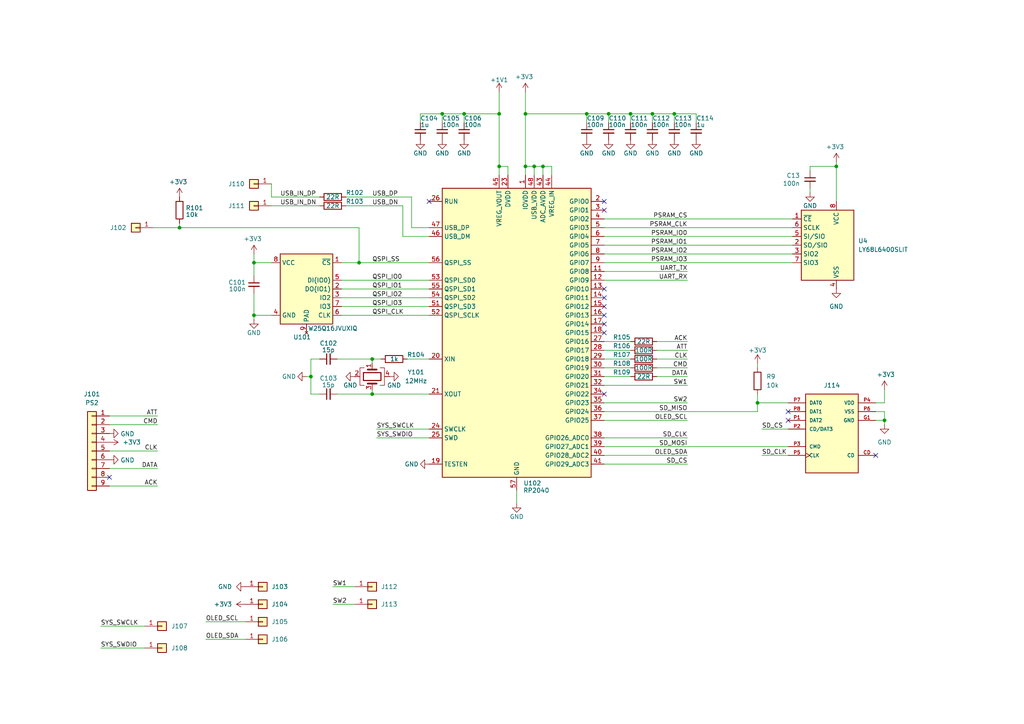
<source format=kicad_sch>
(kicad_sch (version 20230121) (generator eeschema)
  (paper "A4")
  (lib_symbols
    (symbol "Connector_Generic:Conn_01x01" (pin_names (offset 1.016) hide)
      (property "Reference" "J" (at 0 2.54 0))
      (property "Value" "Conn_01x01" (at 0 -2.54 0))
      (symbol "Conn_01x01_1_1"
        (rectangle (start -1.27 0.127) (end 0 -0.127) (stroke (width 0.1524)))
        (rectangle (start -1.27 1.27) (end 1.27 -1.27) (stroke (width 0.254)) (fill (type background)))
        (pin passive line (at -5.08 0 0) (length 3.81) (name "Pin_1") (number "1"))
      )
    )
    (symbol "Connector_Generic:Conn_01x09" (pin_names (offset 1.016) hide)
      (property "Reference" "J" (at 0 12.7 0))
      (property "Value" "Conn_01x09" (at 0 -12.7 0))
      (symbol "Conn_01x09_1_1"
        (rectangle (start -1.27 -10.033) (end 0 -10.287) (stroke (width 0.1524)))
        (rectangle (start -1.27 -7.493) (end 0 -7.747) (stroke (width 0.1524)))
        (rectangle (start -1.27 -4.953) (end 0 -5.207) (stroke (width 0.1524)))
        (rectangle (start -1.27 -2.413) (end 0 -2.667) (stroke (width 0.1524)))
        (rectangle (start -1.27 0.127) (end 0 -0.127) (stroke (width 0.1524)))
        (rectangle (start -1.27 2.667) (end 0 2.413) (stroke (width 0.1524)))
        (rectangle (start -1.27 5.207) (end 0 4.953) (stroke (width 0.1524)))
        (rectangle (start -1.27 7.747) (end 0 7.493) (stroke (width 0.1524)))
        (rectangle (start -1.27 10.287) (end 0 10.033) (stroke (width 0.1524)))
        (rectangle (start -1.27 11.43) (end 1.27 -11.43) (stroke (width 0.254)) (fill (type background)))
        (pin passive line (at -5.08 10.16 0) (length 3.81) (name "Pin_1") (number "1"))
        (pin passive line (at -5.08 7.62 0) (length 3.81) (name "Pin_2") (number "2"))
        (pin passive line (at -5.08 5.08 0) (length 3.81) (name "Pin_3") (number "3"))
        (pin passive line (at -5.08 2.54 0) (length 3.81) (name "Pin_4") (number "4"))
        (pin passive line (at -5.08 0 0) (length 3.81) (name "Pin_5") (number "5"))
        (pin passive line (at -5.08 -2.54 0) (length 3.81) (name "Pin_6") (number "6"))
        (pin passive line (at -5.08 -5.08 0) (length 3.81) (name "Pin_7") (number "7"))
        (pin passive line (at -5.08 -7.62 0) (length 3.81) (name "Pin_8") (number "8"))
        (pin passive line (at -5.08 -10.16 0) (length 3.81) (name "Pin_9") (number "9"))
      )
    )
    (symbol "GND_19" (power) (pin_names (offset 0))
      (property "Value" "GND_19" (at 0 -3.81 0))
      (symbol "GND_19_0_1"
        (polyline (pts (xy 0 0) (xy 0 -1.27) (xy 1.27 -1.27) (xy 0 -2.54) (xy -1.27 -1.27) (xy 0 -1.27)))
      )
      (symbol "GND_19_1_1"
        (pin power_in line (at 0 0 270) (length 0) hide (name "GND") (number "1"))
      )
    )
    (symbol "PS2:Crystal_GND24" (pin_names (offset 1.016) hide)
      (property "Reference" "Y" (at 3.175 5.08 0))
      (property "Value" "Crystal_GND24" (at 3.175 3.175 0))
      (symbol "Crystal_GND24_0_1"
        (rectangle (start -1.143 2.54) (end 1.143 -2.54) (stroke (width 0.3048)))
        (polyline (pts (xy -2.54 0) (xy -2.032 0)))
        (polyline (pts (xy -2.032 -1.27) (xy -2.032 1.27)) (stroke (width 0.508)))
        (polyline (pts (xy 0 -3.81) (xy 0 -3.556)))
        (polyline (pts (xy 0 3.556) (xy 0 3.81)))
        (polyline (pts (xy 2.032 -1.27) (xy 2.032 1.27)) (stroke (width 0.508)))
        (polyline (pts (xy 2.032 0) (xy 2.54 0)))
        (polyline (pts (xy -2.54 -2.286) (xy -2.54 -3.556) (xy 2.54 -3.556) (xy 2.54 -2.286)))
        (polyline (pts (xy -2.54 2.286) (xy -2.54 3.556) (xy 2.54 3.556) (xy 2.54 2.286)))
      )
      (symbol "Crystal_GND24_1_1"
        (pin passive line (at -3.81 0 0) (length 1.27) (name "1") (number "1"))
        (pin passive line (at 0 5.08 270) (length 1.27) (name "2") (number "2"))
        (pin passive line (at 3.81 0 180) (length 1.27) (name "3") (number "3"))
        (pin passive line (at 0 -5.08 90) (length 1.27) (name "4") (number "4"))
      )
    )
    (symbol "PS2:MEM2085-00-115-00-A_REV0.2" (pin_names (offset 1.016))
      (property "Reference" "J" (at -7.62 16.002 0))
      (symbol "MEM2085-00-115-00-A_REV0.2_0_0"
        (rectangle (start -7.62 15.24) (end 7.62 -7.62) (stroke (width 0.254)) (fill (type background)))
        (pin bidirectional line (at 12.7 -2.54 180) (length 5.08) (name "CD") (number "CD"))
        (pin power_in line (at 12.7 7.62 180) (length 5.08) (name "GND") (number "G1"))
        (pin bidirectional line (at -12.7 7.62 0) (length 5.08) (name "DAT2") (number "P1"))
        (pin bidirectional line (at -12.7 5.08 0) (length 5.08) (name "CD/DAT3") (number "P2"))
        (pin bidirectional line (at -12.7 0 0) (length 5.08) (name "CMD") (number "P3"))
        (pin power_in line (at 12.7 12.7 180) (length 5.08) (name "VDD") (number "P4"))
        (pin bidirectional clock (at -12.7 -2.54 0) (length 5.08) (name "CLK") (number "P5"))
        (pin power_in line (at 12.7 10.16 180) (length 5.08) (name "VSS") (number "P6"))
        (pin bidirectional line (at -12.7 12.7 0) (length 5.08) (name "DAT0") (number "P7"))
        (pin bidirectional line (at -12.7 10.16 0) (length 5.08) (name "DAT1") (number "P8"))
      )
      (symbol "MEM2085-00-115-00-A_REV0.2_1_0"
        (pin power_in line (at 12.7 7.62 180) (length 5.08) hide (name "GND__9") (number "G10"))
        (pin power_in line (at 12.7 7.62 180) (length 5.08) hide (name "GND__1") (number "G2"))
        (pin power_in line (at 12.7 7.62 180) (length 5.08) hide (name "GND__2") (number "G3"))
        (pin power_in line (at 12.7 7.62 180) (length 5.08) hide (name "GND__3") (number "G4"))
        (pin power_in line (at 12.7 7.62 180) (length 5.08) hide (name "GND__4") (number "G5"))
        (pin power_in line (at 12.7 7.62 180) (length 5.08) hide (name "GND__5") (number "G6"))
        (pin power_in line (at 12.7 7.62 180) (length 5.08) hide (name "GND__6") (number "G7"))
        (pin power_in line (at 12.7 7.62 180) (length 5.08) hide (name "GND__7") (number "G8"))
        (pin power_in line (at 12.7 7.62 180) (length 5.08) hide (name "GND__8") (number "G9"))
      )
    )
    (symbol "PS2:PSRAM_APS6404L"
      (property "Reference" "U" (at -5.08 10.16 0))
      (symbol "PSRAM_APS6404L_0_1"
        (rectangle (start -7.62 -12.7) (end 7.62 7.62) (stroke (width 0.254)) (fill (type background)))
      )
      (symbol "PSRAM_APS6404L_1_1"
        (pin input line (at -10.16 5.08 0) (length 2.54) (name "~{CE}") (number "1"))
        (pin output line (at -10.16 -2.54 0) (length 2.54) (name "SO/SIO") (number "2"))
        (pin bidirectional line (at -10.16 -5.08 0) (length 2.54) (name "SIO2") (number "3"))
        (pin power_in line (at 2.54 -15.24 90) (length 2.54) (name "VSS") (number "4"))
        (pin input line (at -10.16 0 0) (length 2.54) (name "SI/SIO") (number "5"))
        (pin output line (at -10.16 2.54 0) (length 2.54) (name "SCLK") (number "6"))
        (pin bidirectional line (at -10.16 -7.62 0) (length 2.54) (name "SIO3") (number "7"))
        (pin power_in line (at 2.54 10.16 270) (length 2.54) (name "VCC") (number "8"))
      )
    )
    (symbol "PS2:RP2040"
      (property "Reference" "U" (at 17.78 45.72 0))
      (property "Value" "RP2040" (at 17.78 43.18 0))
      (property "Part Number" "RP2040" (at 0 0 0))
      (symbol "RP2040_0_1"
        (rectangle (start -21.59 41.91) (end 21.59 -41.91) (stroke (width 0.254)) (fill (type background)))
      )
      (symbol "RP2040_1_1"
        (pin power_in line (at 2.54 45.72 270) (length 3.81) (name "IOVDD") (number "1"))
        (pin passive line (at 2.54 45.72 270) (length 3.81) hide (name "IOVDD") (number "10"))
        (pin bidirectional line (at 25.4 17.78 180) (length 3.81) (name "GPIO8") (number "11"))
        (pin bidirectional line (at 25.4 15.24 180) (length 3.81) (name "GPIO9") (number "12"))
        (pin bidirectional line (at 25.4 12.7 180) (length 3.81) (name "GPIO10") (number "13"))
        (pin bidirectional line (at 25.4 10.16 180) (length 3.81) (name "GPIO11") (number "14"))
        (pin bidirectional line (at 25.4 7.62 180) (length 3.81) (name "GPIO12") (number "15"))
        (pin bidirectional line (at 25.4 5.08 180) (length 3.81) (name "GPIO13") (number "16"))
        (pin bidirectional line (at 25.4 2.54 180) (length 3.81) (name "GPIO14") (number "17"))
        (pin bidirectional line (at 25.4 0 180) (length 3.81) (name "GPIO15") (number "18"))
        (pin input line (at -25.4 -38.1 0) (length 3.81) (name "TESTEN") (number "19"))
        (pin bidirectional line (at 25.4 38.1 180) (length 3.81) (name "GPIO0") (number "2"))
        (pin input line (at -25.4 -7.62 0) (length 3.81) (name "XIN") (number "20"))
        (pin passive line (at -25.4 -17.78 0) (length 3.81) (name "XOUT") (number "21"))
        (pin passive line (at 2.54 45.72 270) (length 3.81) hide (name "IOVDD") (number "22"))
        (pin power_in line (at -2.54 45.72 270) (length 3.81) (name "DVDD") (number "23"))
        (pin output line (at -25.4 -27.94 0) (length 3.81) (name "SWCLK") (number "24"))
        (pin bidirectional line (at -25.4 -30.48 0) (length 3.81) (name "SWD") (number "25"))
        (pin input line (at -25.4 38.1 0) (length 3.81) (name "RUN") (number "26"))
        (pin bidirectional line (at 25.4 -2.54 180) (length 3.81) (name "GPIO16") (number "27"))
        (pin bidirectional line (at 25.4 -5.08 180) (length 3.81) (name "GPIO17") (number "28"))
        (pin bidirectional line (at 25.4 -7.62 180) (length 3.81) (name "GPIO18") (number "29"))
        (pin bidirectional line (at 25.4 35.56 180) (length 3.81) (name "GPIO1") (number "3"))
        (pin bidirectional line (at 25.4 -10.16 180) (length 3.81) (name "GPIO19") (number "30"))
        (pin bidirectional line (at 25.4 -12.7 180) (length 3.81) (name "GPIO20") (number "31"))
        (pin bidirectional line (at 25.4 -15.24 180) (length 3.81) (name "GPIO21") (number "32"))
        (pin passive line (at 2.54 45.72 270) (length 3.81) hide (name "IOVDD") (number "33"))
        (pin bidirectional line (at 25.4 -17.78 180) (length 3.81) (name "GPIO22") (number "34"))
        (pin bidirectional line (at 25.4 -20.32 180) (length 3.81) (name "GPIO23") (number "35"))
        (pin bidirectional line (at 25.4 -22.86 180) (length 3.81) (name "GPIO24") (number "36"))
        (pin bidirectional line (at 25.4 -25.4 180) (length 3.81) (name "GPIO25") (number "37"))
        (pin bidirectional line (at 25.4 -30.48 180) (length 3.81) (name "GPIO26_ADC0") (number "38"))
        (pin bidirectional line (at 25.4 -33.02 180) (length 3.81) (name "GPIO27_ADC1") (number "39"))
        (pin bidirectional line (at 25.4 33.02 180) (length 3.81) (name "GPIO2") (number "4"))
        (pin bidirectional line (at 25.4 -35.56 180) (length 3.81) (name "GPIO28_ADC2") (number "40"))
        (pin bidirectional line (at 25.4 -38.1 180) (length 3.81) (name "GPIO29_ADC3") (number "41"))
        (pin passive line (at 2.54 45.72 270) (length 3.81) hide (name "IOVDD") (number "42"))
        (pin power_in line (at 7.62 45.72 270) (length 3.81) (name "ADC_AVDD") (number "43"))
        (pin power_in line (at 10.16 45.72 270) (length 3.81) (name "VREG_IN") (number "44"))
        (pin power_out line (at -5.08 45.72 270) (length 3.81) (name "VREG_VOUT") (number "45"))
        (pin bidirectional line (at -25.4 27.94 0) (length 3.81) (name "USB_DM") (number "46"))
        (pin bidirectional line (at -25.4 30.48 0) (length 3.81) (name "USB_DP") (number "47"))
        (pin power_in line (at 5.08 45.72 270) (length 3.81) (name "USB_VDD") (number "48"))
        (pin passive line (at 2.54 45.72 270) (length 3.81) hide (name "IOVDD") (number "49"))
        (pin bidirectional line (at 25.4 30.48 180) (length 3.81) (name "GPIO3") (number "5"))
        (pin passive line (at -2.54 45.72 270) (length 3.81) hide (name "DVDD") (number "50"))
        (pin bidirectional line (at -25.4 7.62 0) (length 3.81) (name "QSPI_SD3") (number "51"))
        (pin output line (at -25.4 5.08 0) (length 3.81) (name "QSPI_SCLK") (number "52"))
        (pin bidirectional line (at -25.4 15.24 0) (length 3.81) (name "QSPI_SD0") (number "53"))
        (pin bidirectional line (at -25.4 10.16 0) (length 3.81) (name "QSPI_SD2") (number "54"))
        (pin bidirectional line (at -25.4 12.7 0) (length 3.81) (name "QSPI_SD1") (number "55"))
        (pin bidirectional line (at -25.4 20.32 0) (length 3.81) (name "QSPI_SS") (number "56"))
        (pin power_in line (at 0 -45.72 90) (length 3.81) (name "GND") (number "57"))
        (pin bidirectional line (at 25.4 27.94 180) (length 3.81) (name "GPIO4") (number "6"))
        (pin bidirectional line (at 25.4 25.4 180) (length 3.81) (name "GPIO5") (number "7"))
        (pin bidirectional line (at 25.4 22.86 180) (length 3.81) (name "GPIO6") (number "8"))
        (pin bidirectional line (at 25.4 20.32 180) (length 3.81) (name "GPIO7") (number "9"))
      )
    )
    (symbol "PS2:W25Q16JVUXIQ"
      (property "Reference" "U" (at -6.35 11.43 0))
      (property "Value" "W25Q16JVUXIQ" (at 7.62 11.43 0))
      (symbol "W25Q16JVUXIQ_0_1"
        (rectangle (start -7.62 10.16) (end 7.62 -10.16) (stroke (width 0.254)) (fill (type background)))
      )
      (symbol "W25Q16JVUXIQ_1_1"
        (pin input line (at -10.16 7.62 0) (length 2.54) (name "~{CS}") (number "1"))
        (pin bidirectional line (at -10.16 0 0) (length 2.54) (name "DO(IO1)") (number "2"))
        (pin bidirectional line (at -10.16 -2.54 0) (length 2.54) (name "IO2") (number "3"))
        (pin power_in line (at 10.16 -7.62 180) (length 2.54) (name "GND") (number "4"))
        (pin bidirectional line (at -10.16 2.54 0) (length 2.54) (name "DI(IO0)") (number "5"))
        (pin input line (at -10.16 -7.62 0) (length 2.54) (name "CLK") (number "6"))
        (pin bidirectional line (at -10.16 -5.08 0) (length 2.54) (name "IO3") (number "7"))
        (pin power_in line (at 10.16 7.62 180) (length 2.54) (name "VCC") (number "8"))
        (pin no_connect line (at 0 -12.7 90) (length 2.54) (name "PAD") (number "9"))
      )
    )
    (symbol "PS2_Capacitors:C_100n_0402" (pin_numbers hide) (pin_names (offset 0.254) hide)
      (property "Reference" "C" (at 0.254 1.778 0))
      (property "Value" "100n" (at 0.254 -2.032 0))
      (symbol "C_100n_0402_0_1"
        (polyline (pts (xy -1.524 -0.508) (xy 1.524 -0.508)) (stroke (width 0.3302)))
        (polyline (pts (xy -1.524 0.508) (xy 1.524 0.508)) (stroke (width 0.3048)))
      )
      (symbol "C_100n_0402_1_1"
        (pin passive line (at 0 2.54 270) (length 2.032) (name "~") (number "1"))
        (pin passive line (at 0 -2.54 90) (length 2.032) (name "~") (number "2"))
      )
    )
    (symbol "PS2_Capacitors:C_15p_0402" (pin_numbers hide) (pin_names (offset 0.254) hide)
      (property "Reference" "C" (at 0.254 1.778 0))
      (property "Value" "15p" (at 0.254 -2.032 0))
      (symbol "C_15p_0402_0_1"
        (polyline (pts (xy -1.524 -0.508) (xy 1.524 -0.508)) (stroke (width 0.3302)))
        (polyline (pts (xy -1.524 0.508) (xy 1.524 0.508)) (stroke (width 0.3048)))
      )
      (symbol "C_15p_0402_1_1"
        (pin passive line (at 0 2.54 270) (length 2.032) (name "~") (number "1"))
        (pin passive line (at 0 -2.54 90) (length 2.032) (name "~") (number "2"))
      )
    )
    (symbol "PS2_Capacitors:C_1u_0603" (pin_numbers hide) (pin_names (offset 0.254) hide)
      (property "Reference" "C" (at 0.254 1.778 0))
      (property "Value" "1u" (at 0.254 -2.032 0))
      (symbol "C_1u_0603_0_1"
        (polyline (pts (xy -1.524 -0.508) (xy 1.524 -0.508)) (stroke (width 0.3302)))
        (polyline (pts (xy -1.524 0.508) (xy 1.524 0.508)) (stroke (width 0.3048)))
      )
      (symbol "C_1u_0603_1_1"
        (pin passive line (at 0 2.54 270) (length 2.032) (name "~") (number "1"))
        (pin passive line (at 0 -2.54 90) (length 2.032) (name "~") (number "2"))
      )
    )
    (symbol "PS2_Resistors:R_100R_0402" (pin_numbers hide) (pin_names (offset 0))
      (property "Reference" "R" (at 2.032 0 90))
      (property "Value" "100R" (at 0 0 90))
      (symbol "R_100R_0402_0_1"
        (rectangle (start -1.016 -2.54) (end 1.016 2.54) (stroke (width 0.254)))
      )
      (symbol "R_100R_0402_1_1"
        (pin passive line (at 0 3.81 270) (length 1.27) (name "~") (number "1"))
        (pin passive line (at 0 -3.81 90) (length 1.27) (name "~") (number "2"))
      )
    )
    (symbol "PS2_Resistors:R_10k_0402" (pin_numbers hide) (pin_names (offset 0))
      (property "Reference" "R" (at 2.032 0 90))
      (property "Value" "10k" (at 0 0 90))
      (symbol "R_10k_0402_0_1"
        (rectangle (start -1.016 -2.54) (end 1.016 2.54) (stroke (width 0.254)))
      )
      (symbol "R_10k_0402_1_1"
        (pin passive line (at 0 3.81 270) (length 1.27) (name "~") (number "1"))
        (pin passive line (at 0 -3.81 90) (length 1.27) (name "~") (number "2"))
      )
    )
    (symbol "PS2_Resistors:R_1k_0402" (pin_numbers hide) (pin_names (offset 0))
      (property "Reference" "R" (at 2.032 0 90))
      (property "Value" "1k" (at 0 0 90))
      (symbol "R_1k_0402_0_1"
        (rectangle (start -1.016 -2.54) (end 1.016 2.54) (stroke (width 0.254)))
      )
      (symbol "R_1k_0402_1_1"
        (pin passive line (at 0 3.81 270) (length 1.27) (name "~") (number "1"))
        (pin passive line (at 0 -3.81 90) (length 1.27) (name "~") (number "2"))
      )
    )
    (symbol "PS2_Resistors:R_22R_0402" (pin_numbers hide) (pin_names (offset 0))
      (property "Reference" "R" (at 2.032 0 90))
      (property "Value" "22R" (at 0 0 90))
      (symbol "R_22R_0402_0_1"
        (rectangle (start -1.016 -2.54) (end 1.016 2.54) (stroke (width 0.254)))
      )
      (symbol "R_22R_0402_1_1"
        (pin passive line (at 0 3.81 270) (length 1.27) (name "~") (number "1"))
        (pin passive line (at 0 -3.81 90) (length 1.27) (name "~") (number "2"))
      )
    )
    (symbol "power:+1V1" (power) (pin_names (offset 0))
      (property "Value" "+1V1" (at 0 3.556 0))
      (symbol "+1V1_0_1"
        (polyline (pts (xy -0.762 1.27) (xy 0 2.54)))
        (polyline (pts (xy 0 0) (xy 0 2.54)))
        (polyline (pts (xy 0 2.54) (xy 0.762 1.27)))
      )
      (symbol "+1V1_1_1"
        (pin power_in line (at 0 0 90) (length 0) hide (name "+1V1") (number "1"))
      )
    )
    (symbol "power:+3V3" (power) (pin_names (offset 0))
      (property "Value" "+3V3" (at 0 3.556 0))
      (symbol "+3V3_0_1"
        (polyline (pts (xy -0.762 1.27) (xy 0 2.54)))
        (polyline (pts (xy 0 0) (xy 0 2.54)))
        (polyline (pts (xy 0 2.54) (xy 0.762 1.27)))
      )
      (symbol "+3V3_1_1"
        (pin power_in line (at 0 0 90) (length 0) hide (name "+3V3") (number "1"))
      )
    )
    (symbol "power:GND" (power) (pin_names (offset 0))
      (property "Value" "GND" (at 0 -3.81 0))
      (symbol "GND_0_1"
        (polyline (pts (xy 0 0) (xy 0 -1.27) (xy 1.27 -1.27) (xy 0 -2.54) (xy -1.27 -1.27) (xy 0 -1.27)))
      )
      (symbol "GND_1_1"
        (pin power_in line (at 0 0 270) (length 0) hide (name "GND") (number "1"))
      )
    )
  )
  (junction (at 157.48 48.26))
  (junction (at 107.95 114.3))
  (junction (at 73.66 76.2))
  (junction (at 73.66 91.44))
  (junction (at 107.95 104.14))
  (junction (at 195.58 33.02))
  (junction (at 144.78 48.26))
  (junction (at 104.14 76.2))
  (junction (at 182.88 33.02))
  (junction (at 256.54 121.92))
  (junction (at 152.4 33.02))
  (junction (at 154.94 48.26))
  (junction (at 134.62 33.02))
  (junction (at 170.18 33.02))
  (junction (at 219.71 116.84))
  (junction (at 242.57 48.26))
  (junction (at 152.4 48.26))
  (junction (at 176.53 33.02))
  (junction (at 144.78 33.02))
  (junction (at 90.17 109.22))
  (junction (at 52.07 66.04))
  (junction (at 128.27 33.02))
  (junction (at 189.23 33.02))
  (no_connect (at 175.26 88.9))
  (no_connect (at 175.26 114.3))
  (no_connect (at 175.26 86.36))
  (no_connect (at 175.26 58.42))
  (no_connect (at 175.26 96.52))
  (no_connect (at 254 132.08))
  (no_connect (at 175.26 91.44))
  (no_connect (at 175.26 83.82))
  (no_connect (at 175.26 60.96))
  (no_connect (at 175.26 93.98))
  (no_connect (at 228.6 121.92))
  (no_connect (at 228.6 119.38))
  (no_connect (at 31.75 138.43))
  (no_connect (at 124.46 58.42))
  (wire (pts (xy 195.58 33.02) (xy 195.58 35.56)))
  (wire (pts (xy 254 121.92) (xy 256.54 121.92)))
  (wire (pts (xy 190.5 104.14) (xy 199.39 104.14)))
  (wire (pts (xy 107.95 104.14) (xy 110.49 104.14)))
  (wire (pts (xy 157.48 48.26) (xy 154.94 48.26)))
  (wire (pts (xy 195.58 33.02) (xy 189.23 33.02)))
  (wire (pts (xy 45.72 123.19) (xy 31.75 123.19)))
  (wire (pts (xy 88.9 109.22) (xy 90.17 109.22)))
  (wire (pts (xy 100.33 59.69) (xy 116.84 59.69)))
  (wire (pts (xy 190.5 106.68) (xy 199.39 106.68)))
  (wire (pts (xy 73.66 76.2) (xy 73.66 80.01)))
  (wire (pts (xy 73.66 73.66) (xy 73.66 76.2)))
  (wire (pts (xy 190.5 99.06) (xy 199.39 99.06)))
  (wire (pts (xy 59.69 185.42) (xy 71.12 185.42)))
  (wire (pts (xy 175.26 81.28) (xy 199.39 81.28)))
  (wire (pts (xy 189.23 33.02) (xy 182.88 33.02)))
  (wire (pts (xy 45.72 130.81) (xy 31.75 130.81)))
  (wire (pts (xy 242.57 46.99) (xy 242.57 48.26)))
  (wire (pts (xy 152.4 48.26) (xy 152.4 50.8)))
  (wire (pts (xy 96.52 175.26) (xy 102.87 175.26)))
  (wire (pts (xy 149.86 142.24) (xy 149.86 146.05)))
  (wire (pts (xy 242.57 48.26) (xy 242.57 58.42)))
  (wire (pts (xy 256.54 123.19) (xy 256.54 121.92)))
  (wire (pts (xy 90.17 109.22) (xy 90.17 104.14)))
  (wire (pts (xy 128.27 33.02) (xy 128.27 35.56)))
  (wire (pts (xy 175.26 76.2) (xy 229.87 76.2)))
  (wire (pts (xy 175.26 63.5) (xy 229.87 63.5)))
  (wire (pts (xy 121.92 33.02) (xy 128.27 33.02)))
  (wire (pts (xy 78.74 57.15) (xy 92.71 57.15)))
  (wire (pts (xy 45.72 120.65) (xy 31.75 120.65)))
  (wire (pts (xy 107.95 105.41) (xy 107.95 104.14)))
  (wire (pts (xy 92.71 114.3) (xy 90.17 114.3)))
  (wire (pts (xy 242.57 48.26) (xy 234.95 48.26)))
  (wire (pts (xy 109.22 127) (xy 124.46 127)))
  (wire (pts (xy 182.88 99.06) (xy 175.26 99.06)))
  (wire (pts (xy 190.5 109.22) (xy 199.39 109.22)))
  (wire (pts (xy 119.38 57.15) (xy 119.38 66.04)))
  (wire (pts (xy 175.26 129.54) (xy 228.6 129.54)))
  (wire (pts (xy 119.38 66.04) (xy 124.46 66.04)))
  (wire (pts (xy 175.26 116.84) (xy 199.39 116.84)))
  (wire (pts (xy 97.79 114.3) (xy 107.95 114.3)))
  (wire (pts (xy 44.45 66.04) (xy 52.07 66.04)))
  (wire (pts (xy 147.32 48.26) (xy 147.32 50.8)))
  (wire (pts (xy 176.53 33.02) (xy 176.53 35.56)))
  (wire (pts (xy 201.93 35.56) (xy 201.93 33.02)))
  (wire (pts (xy 175.26 121.92) (xy 199.39 121.92)))
  (wire (pts (xy 152.4 26.67) (xy 152.4 33.02)))
  (wire (pts (xy 199.39 134.62) (xy 175.26 134.62)))
  (wire (pts (xy 175.26 119.38) (xy 219.71 119.38)))
  (wire (pts (xy 182.88 101.6) (xy 175.26 101.6)))
  (wire (pts (xy 90.17 114.3) (xy 90.17 109.22)))
  (wire (pts (xy 170.18 33.02) (xy 170.18 35.56)))
  (wire (pts (xy 182.88 33.02) (xy 182.88 35.56)))
  (wire (pts (xy 176.53 33.02) (xy 170.18 33.02)))
  (wire (pts (xy 190.5 101.6) (xy 199.39 101.6)))
  (wire (pts (xy 175.26 78.74) (xy 199.39 78.74)))
  (wire (pts (xy 99.06 76.2) (xy 104.14 76.2)))
  (wire (pts (xy 154.94 48.26) (xy 154.94 50.8)))
  (wire (pts (xy 29.21 187.96) (xy 41.91 187.96)))
  (wire (pts (xy 152.4 33.02) (xy 152.4 48.26)))
  (wire (pts (xy 124.46 114.3) (xy 107.95 114.3)))
  (wire (pts (xy 157.48 48.26) (xy 157.48 50.8)))
  (wire (pts (xy 219.71 114.3) (xy 219.71 116.84)))
  (wire (pts (xy 182.88 104.14) (xy 175.26 104.14)))
  (wire (pts (xy 100.33 57.15) (xy 119.38 57.15)))
  (wire (pts (xy 154.94 48.26) (xy 152.4 48.26)))
  (wire (pts (xy 175.26 66.04) (xy 229.87 66.04)))
  (wire (pts (xy 41.91 181.61) (xy 29.21 181.61)))
  (wire (pts (xy 220.98 132.08) (xy 228.6 132.08)))
  (wire (pts (xy 220.98 124.46) (xy 228.6 124.46)))
  (wire (pts (xy 144.78 50.8) (xy 144.78 48.26)))
  (wire (pts (xy 201.93 33.02) (xy 195.58 33.02)))
  (wire (pts (xy 52.07 64.77) (xy 52.07 66.04)))
  (wire (pts (xy 104.14 66.04) (xy 104.14 76.2)))
  (wire (pts (xy 234.95 54.61) (xy 234.95 55.88)))
  (wire (pts (xy 73.66 76.2) (xy 78.74 76.2)))
  (wire (pts (xy 160.02 48.26) (xy 157.48 48.26)))
  (wire (pts (xy 97.79 104.14) (xy 107.95 104.14)))
  (wire (pts (xy 78.74 53.34) (xy 78.74 57.15)))
  (wire (pts (xy 116.84 68.58) (xy 124.46 68.58)))
  (wire (pts (xy 182.88 106.68) (xy 175.26 106.68)))
  (wire (pts (xy 182.88 109.22) (xy 175.26 109.22)))
  (wire (pts (xy 99.06 81.28) (xy 124.46 81.28)))
  (wire (pts (xy 90.17 104.14) (xy 92.71 104.14)))
  (wire (pts (xy 256.54 119.38) (xy 254 119.38)))
  (wire (pts (xy 175.26 71.12) (xy 229.87 71.12)))
  (wire (pts (xy 118.11 104.14) (xy 124.46 104.14)))
  (wire (pts (xy 107.95 114.3) (xy 107.95 113.03)))
  (wire (pts (xy 121.92 35.56) (xy 121.92 33.02)))
  (wire (pts (xy 45.72 135.89) (xy 31.75 135.89)))
  (wire (pts (xy 116.84 59.69) (xy 116.84 68.58)))
  (wire (pts (xy 256.54 113.03) (xy 256.54 116.84)))
  (wire (pts (xy 73.66 91.44) (xy 73.66 92.71)))
  (wire (pts (xy 144.78 26.67) (xy 144.78 33.02)))
  (wire (pts (xy 234.95 48.26) (xy 234.95 49.53)))
  (wire (pts (xy 73.66 91.44) (xy 78.74 91.44)))
  (wire (pts (xy 175.26 111.76) (xy 199.39 111.76)))
  (wire (pts (xy 45.72 140.97) (xy 31.75 140.97)))
  (wire (pts (xy 99.06 83.82) (xy 124.46 83.82)))
  (wire (pts (xy 99.06 86.36) (xy 124.46 86.36)))
  (wire (pts (xy 59.69 180.34) (xy 71.12 180.34)))
  (wire (pts (xy 152.4 33.02) (xy 170.18 33.02)))
  (wire (pts (xy 175.26 73.66) (xy 229.87 73.66)))
  (wire (pts (xy 175.26 127) (xy 199.39 127)))
  (wire (pts (xy 96.52 170.18) (xy 102.87 170.18)))
  (wire (pts (xy 160.02 50.8) (xy 160.02 48.26)))
  (wire (pts (xy 99.06 91.44) (xy 124.46 91.44)))
  (wire (pts (xy 144.78 48.26) (xy 147.32 48.26)))
  (wire (pts (xy 182.88 33.02) (xy 176.53 33.02)))
  (wire (pts (xy 99.06 88.9) (xy 124.46 88.9)))
  (wire (pts (xy 52.07 66.04) (xy 104.14 66.04)))
  (wire (pts (xy 109.22 124.46) (xy 124.46 124.46)))
  (wire (pts (xy 144.78 33.02) (xy 144.78 48.26)))
  (wire (pts (xy 134.62 33.02) (xy 134.62 35.56)))
  (wire (pts (xy 128.27 33.02) (xy 134.62 33.02)))
  (wire (pts (xy 78.74 59.69) (xy 92.71 59.69)))
  (wire (pts (xy 104.14 76.2) (xy 124.46 76.2)))
  (wire (pts (xy 134.62 33.02) (xy 144.78 33.02)))
  (wire (pts (xy 219.71 105.41) (xy 219.71 106.68)))
  (wire (pts (xy 219.71 119.38) (xy 219.71 116.84)))
  (wire (pts (xy 175.26 132.08) (xy 199.39 132.08)))
  (wire (pts (xy 256.54 121.92) (xy 256.54 119.38)))
  (wire (pts (xy 189.23 33.02) (xy 189.23 35.56)))
  (wire (pts (xy 256.54 116.84) (xy 254 116.84)))
  (wire (pts (xy 219.71 116.84) (xy 228.6 116.84)))
  (wire (pts (xy 73.66 85.09) (xy 73.66 91.44)))
  (wire (pts (xy 175.26 68.58) (xy 229.87 68.58)))
  (label "DATA" (at 199.39 109.22 180))
  (label "OLED_SDA" (at 59.69 185.42 0))
  (label "QSPI_IO3" (at 107.95 88.9 0))
  (label "CLK" (at 45.72 130.81 180))
  (label "UART_TX" (at 199.39 78.74 180))
  (label "CMD" (at 45.72 123.19 180))
  (label "SYS_SWCLK" (at 109.22 124.46 0))
  (label "USB_IN_DN" (at 81.28 59.69 0))
  (label "DATA" (at 45.72 135.89 180))
  (label "SYS_SWDIO" (at 29.21 187.96 0))
  (label "ACK" (at 45.72 140.97 180))
  (label "PSRAM_CLK" (at 199.39 66.04 180))
  (label "QSPI_IO2" (at 107.95 86.36 0))
  (label "OLED_SCL" (at 59.69 180.34 0))
  (label "OLED_SCL" (at 199.39 121.92 180))
  (label "USB_IN_DP" (at 81.28 57.15 0))
  (label "UART_RX" (at 199.39 81.28 180))
  (label "SD_MISO" (at 199.39 119.38 180))
  (label "OLED_SDA" (at 199.39 132.08 180))
  (label "ATT" (at 199.39 101.6 180))
  (label "SD_CS" (at 199.39 134.62 180))
  (label "PSRAM_CS" (at 199.39 63.5 180))
  (label "USB_DP" (at 107.95 57.15 0))
  (label "QSPI_IO1" (at 107.95 83.82 0))
  (label "QSPI_SS" (at 107.95 76.2 0))
  (label "QSPI_IO0" (at 107.95 81.28 0))
  (label "SYS_SWDIO" (at 109.22 127 0))
  (label "SD_CLK" (at 199.39 127 180))
  (label "SD_CLK" (at 220.98 132.08 0))
  (label "USB_DN" (at 107.95 59.69 0))
  (label "SW1" (at 199.39 111.76 180))
  (label "SYS_SWCLK" (at 29.21 181.61 0))
  (label "SD_MOSI" (at 199.39 129.54 180))
  (label "PSRAM_IO3" (at 199.39 76.2 180))
  (label "ATT" (at 45.72 120.65 180))
  (label "PSRAM_IO0" (at 199.39 68.58 180))
  (label "PSRAM_IO2" (at 199.39 73.66 180))
  (label "ACK" (at 199.39 99.06 180))
  (label "CMD" (at 199.39 106.68 180))
  (label "QSPI_CLK" (at 107.95 91.44 0))
  (label "SW1" (at 96.52 170.18 0))
  (label "PSRAM_IO1" (at 199.39 71.12 180))
  (label "SD_CS" (at 220.98 124.46 0))
  (label "SW2" (at 199.39 116.84 180))
  (label "CLK" (at 199.39 104.14 180))
  (label "SW2" (at 96.52 175.26 0))
  (symbol (lib_id "PS2:Crystal_GND24") (at 107.95 109.22 90) (mirror x) (unit 1)
    (property "Reference" "Y101" (at 120.65 107.95 90))
    (property "Value" "12MHz" (at 120.65 110.49 90))
    (property "Footprint" "Crystal:Crystal_SMD_3225-4Pin_3.2x2.5mm" (effects hide))
    (property "Part Number" "FL1200112" (effects hide))
  )
  (symbol (lib_id "PS2_Capacitors:C_1u_0603") (at 121.92 38.1 0) (unit 1)
    (property "Reference" "C104" (at 121.92 34.29 0) (effects (justify left)))
    (property "Value" "1u" (at 121.92 36.195 0) (effects (justify left)))
    (property "Footprint" "PS2:C_0603_1608Metric" (effects hide))
    (property "Datasheet" "https://www.mouser.at/datasheet/2/447/UPY_GPHC_X7R_6_3V_to_250V_23-3084653.pdf" (effects hide))
    (property "Part Number" "CC0603KRX7R7BB105" (effects hide))
  )
  (symbol (lib_id "PS2:PSRAM_APS6404L") (at 240.03 68.58 0) (unit 1)
    (property "Reference" "U4" (at 248.92 69.85 0) (effects (justify left)))
    (property "Value" "LY68L6400SLIT" (at 248.92 72.39 0) (effects (justify left)))
    (property "Footprint" "PS2:IC_W25Q16JVUXIQ_TR" (effects hide))
    (property "Datasheet" "https://www.espressif.com/sites/default/files/documentation/esp-psram32_datasheet_en.pdf" (effects hide))
    (property "LCSC" "C261881" (effects hide))
    (property "JLCPCB_CORRECTION" "0;0;270" (effects hide))
    (property "Part Number" "APS6404L-3SQR-ZR" (effects hide))
  )
  (symbol (lib_id "Connector_Generic:Conn_01x09") (at 26.67 130.81 0) (mirror y) (unit 1) (in_bom no)
    (property "Reference" "J101" (at 26.67 114.3 0))
    (property "Value" "PS2" (at 26.67 116.84 0))
    (property "Footprint" "PS2:SD_Pins" (effects hide))
  )
  (symbol (lib_id "power:GND") (at 121.92 40.64 0) (unit 1)
    (property "Reference" "#PWR0128" (effects hide))
    (property "Value" "GND" (at 121.92 44.45 0))
  )
  (symbol (lib_id "Connector_Generic:Conn_01x01") (at 39.37 66.04 180) (unit 1) (in_bom no)
    (property "Reference" "J102" (at 34.29 66.04 0))
    (property "Value" "BSEL" (effects hide))
    (property "Footprint" "TestPoint:TestPoint_Pad_D1.0mm" (effects hide))
  )
  (symbol (lib_id "power:GND") (at 189.23 40.64 0) (unit 1)
    (property "Reference" "#PWR0140" (effects hide))
    (property "Value" "GND" (at 189.23 44.45 0))
  )
  (symbol (lib_id "power:GND") (at 134.62 40.64 0) (unit 1)
    (property "Reference" "#PWR0131" (effects hide))
    (property "Value" "GND" (at 134.62 44.45 0))
  )
  (symbol (lib_id "PS2_Capacitors:C_100n_0402") (at 176.53 38.1 0) (unit 1)
    (property "Reference" "C110" (at 176.53 34.29 0) (effects (justify left)))
    (property "Value" "100n" (at 176.53 36.195 0) (effects (justify left)))
    (property "Footprint" "PS2:C_0402_1005Metric" (effects hide))
    (property "Datasheet" "https://www.mouser.at/datasheet/2/447/UPY_NP0X5R_01005_4V_to_25V_V10-3003057.pdf" (effects hide))
    (property "Part Number" "CC0402KRX7R7BB104" (effects hide))
  )
  (symbol (lib_id "power:GND") (at 113.03 109.22 90) (unit 1)
    (property "Reference" "#PWR0127" (effects hide))
    (property "Value" "GND" (at 114.3 111.76 90))
  )
  (symbol (lib_id "Connector_Generic:Conn_01x01") (at 76.2 175.26 0) (unit 1) (in_bom no)
    (property "Reference" "J104" (at 78.74 175.26 0) (effects (justify left)))
    (property "Value" "3V3" (effects hide))
    (property "Footprint" "TestPoint:TestPoint_Pad_D1.0mm" (effects hide))
  )
  (symbol (lib_id "PS2:W25Q16JVUXIQ") (at 88.9 83.82 0) (mirror y) (unit 1)
    (property "Reference" "U101" (at 87.63 97.79 0))
    (property "Value" "W25Q16JVUXIQ" (at 96.52 95.25 0))
    (property "Footprint" "PS2:WSON-8-1EP_6x5mm_P1.27mm_EP3.4x4.3mm" (effects hide))
    (property "Datasheet" "https://www.winbond.com/resource-files/w25q16jv%20spi%20revh%2004082019%20plus.pdf" (effects hide))
    (property "Part Number" "W25Q16JVUXIQ TR" (effects hide))
  )
  (symbol (lib_id "PS2_Capacitors:C_100n_0402") (at 195.58 38.1 0) (unit 1)
    (property "Reference" "C113" (at 195.58 34.29 0) (effects (justify left)))
    (property "Value" "100n" (at 195.58 36.195 0) (effects (justify left)))
    (property "Footprint" "PS2:C_0402_1005Metric" (effects hide))
    (property "Datasheet" "https://www.mouser.at/datasheet/2/447/UPY_NP0X5R_01005_4V_to_25V_V10-3003057.pdf" (effects hide))
    (property "Part Number" "CC0402KRX7R7BB104" (effects hide))
  )
  (symbol (lib_id "PS2_Resistors:R_100R_0402") (at 186.69 104.14 270) (unit 1)
    (property "Reference" "R107" (at 180.34 102.87 90))
    (property "Value" "100R" (at 186.69 104.14 90))
    (property "Footprint" "PS2:R_0402_1005Metric" (effects hide))
    (property "Part Number" "RC0402JR-07100RL" (effects hide))
  )
  (symbol (lib_id "PS2_Capacitors:C_100n_0402") (at 182.88 38.1 0) (unit 1)
    (property "Reference" "C111" (at 182.88 34.29 0) (effects (justify left)))
    (property "Value" "100n" (at 182.88 36.195 0) (effects (justify left)))
    (property "Footprint" "PS2:C_0402_1005Metric" (effects hide))
    (property "Datasheet" "https://www.mouser.at/datasheet/2/447/UPY_NP0X5R_01005_4V_to_25V_V10-3003057.pdf" (effects hide))
    (property "Part Number" "CC0402KRX7R7BB104" (effects hide))
  )
  (symbol (lib_id "power:GND") (at 128.27 40.64 0) (unit 1)
    (property "Reference" "#PWR0130" (effects hide))
    (property "Value" "GND" (at 128.27 44.45 0))
  )
  (symbol (lib_id "PS2_Capacitors:C_100n_0402") (at 189.23 38.1 0) (unit 1)
    (property "Reference" "C112" (at 189.23 34.29 0) (effects (justify left)))
    (property "Value" "100n" (at 189.23 36.195 0) (effects (justify left)))
    (property "Footprint" "PS2:C_0402_1005Metric" (effects hide))
    (property "Datasheet" "https://www.mouser.at/datasheet/2/447/UPY_NP0X5R_01005_4V_to_25V_V10-3003057.pdf" (effects hide))
    (property "Part Number" "CC0402KRX7R7BB104" (effects hide))
  )
  (symbol (lib_id "power:+3V3") (at 219.71 105.41 0) (unit 1)
    (property "Reference" "#PWR0113" (effects hide))
    (property "Value" "+3V3" (at 219.71 101.6 0))
  )
  (symbol (lib_id "power:GND") (at 242.57 83.82 0) (mirror y) (unit 1)
    (property "Reference" "#PWR0120" (effects hide))
    (property "Value" "GND" (at 242.57 88.9 0))
  )
  (symbol (lib_id "power:GND") (at 71.12 170.18 270) (unit 1)
    (property "Reference" "#PWR0108" (effects hide))
    (property "Value" "GND" (at 67.31 170.1799 90) (effects (justify right)))
  )
  (symbol (lib_id "Connector_Generic:Conn_01x01") (at 76.2 185.42 0) (unit 1) (in_bom no)
    (property "Reference" "J106" (at 78.74 185.42 0) (effects (justify left)))
    (property "Value" "SDA" (effects hide))
    (property "Footprint" "TestPoint:TestPoint_Pad_D1.0mm" (effects hide))
  )
  (symbol (lib_id "power:GND") (at 234.95 55.88 0) (mirror y) (unit 1)
    (property "Reference" "#PWR022" (effects hide))
    (property "Value" "GND" (at 234.95 59.69 0))
  )
  (symbol (lib_id "power:GND") (at 182.88 40.64 0) (unit 1)
    (property "Reference" "#PWR0139" (effects hide))
    (property "Value" "GND" (at 182.88 44.45 0))
  )
  (symbol (lib_id "PS2_Resistors:R_22R_0402") (at 186.69 99.06 270) (unit 1)
    (property "Reference" "R105" (at 180.34 97.79 90))
    (property "Value" "22R" (at 186.69 99.06 90))
    (property "Footprint" "PS2:R_0402_1005Metric" (effects hide))
    (property "Part Number" "RC0402FR-0722RL" (effects hide))
  )
  (symbol (lib_id "power:+3V3") (at 152.4 26.67 0) (mirror y) (unit 1)
    (property "Reference" "#PWR0106" (effects hide))
    (property "Value" "+3V3" (at 152.019 22.2758 0))
  )
  (symbol (lib_id "power:GND") (at 201.93 40.64 0) (unit 1)
    (property "Reference" "#PWR0142" (effects hide))
    (property "Value" "GND" (at 201.93 44.45 0))
  )
  (symbol (lib_id "PS2_Resistors:R_22R_0402") (at 186.69 109.22 270) (unit 1)
    (property "Reference" "R109" (at 180.34 107.95 90))
    (property "Value" "22R" (at 186.69 109.22 90))
    (property "Footprint" "PS2:R_0402_1005Metric" (effects hide))
    (property "Part Number" "RC0402FR-0722RL" (effects hide))
  )
  (symbol (lib_id "power:GND") (at 124.46 134.62 270) (unit 1)
    (property "Reference" "#PWR0129" (effects hide))
    (property "Value" "GND" (at 119.38 134.62 90))
  )
  (symbol (lib_id "PS2_Resistors:R_100R_0402") (at 186.69 106.68 270) (unit 1)
    (property "Reference" "R108" (at 180.34 105.41 90))
    (property "Value" "100R" (at 186.69 106.68 90))
    (property "Footprint" "PS2:R_0402_1005Metric" (effects hide))
    (property "Part Number" "RC0402JR-07100RL" (effects hide))
  )
  (symbol (lib_id "power:GND") (at 73.66 92.71 0) (mirror y) (unit 1)
    (property "Reference" "#PWR0123" (effects hide))
    (property "Value" "GND" (at 73.66 96.52 0))
  )
  (symbol (lib_id "PS2_Capacitors:C_15p_0402") (at 95.25 114.3 90) (unit 1)
    (property "Reference" "C103" (at 95.2563 109.728 90))
    (property "Value" "15p" (at 95.2563 111.649 90))
    (property "Footprint" "PS2:C_0402_1005Metric" (effects hide))
    (property "Datasheet" "https://www.mouser.at/datasheet/2/447/UPY_GP_NP0_16V_to_50V_18-1730511.pdf" (effects hide))
    (property "Part Number" "CC0402JRNPO9BN150" (effects hide))
  )
  (symbol (lib_id "Connector_Generic:Conn_01x01") (at 73.66 59.69 0) (mirror y) (unit 1) (in_bom no)
    (property "Reference" "J111" (at 68.58 59.69 0))
    (property "Value" "DN" (effects hide))
    (property "Footprint" "TestPoint:TestPoint_Pad_D1.0mm" (effects hide))
  )
  (symbol (lib_name "GND_19") (lib_id "power:GND") (at 31.75 133.35 90) (mirror x) (unit 1)
    (property "Reference" "#PWR0105" (effects hide))
    (property "Value" "GND" (at 34.925 133.4643 90) (effects (justify right)))
  )
  (symbol (lib_id "power:GND") (at 176.53 40.64 0) (unit 1)
    (property "Reference" "#PWR0138" (effects hide))
    (property "Value" "GND" (at 176.53 44.45 0))
  )
  (symbol (lib_id "PS2_Capacitors:C_100n_0402") (at 134.62 38.1 0) (unit 1)
    (property "Reference" "C106" (at 134.62 34.29 0) (effects (justify left)))
    (property "Value" "100n" (at 134.62 36.195 0) (effects (justify left)))
    (property "Footprint" "PS2:C_0402_1005Metric" (effects hide))
    (property "Datasheet" "https://www.mouser.at/datasheet/2/447/UPY_NP0X5R_01005_4V_to_25V_V10-3003057.pdf" (effects hide))
    (property "Part Number" "CC0402KRX7R7BB104" (effects hide))
  )
  (symbol (lib_id "PS2_Capacitors:C_100n_0402") (at 128.27 38.1 0) (unit 1)
    (property "Reference" "C105" (at 128.27 34.29 0) (effects (justify left)))
    (property "Value" "100n" (at 128.27 36.195 0) (effects (justify left)))
    (property "Footprint" "PS2:C_0402_1005Metric" (effects hide))
    (property "Datasheet" "https://www.mouser.at/datasheet/2/447/UPY_NP0X5R_01005_4V_to_25V_V10-3003057.pdf" (effects hide))
    (property "Part Number" "CC0402KRX7R7BB104" (effects hide))
  )
  (symbol (lib_id "Connector_Generic:Conn_01x01") (at 46.99 187.96 0) (unit 1) (in_bom no)
    (property "Reference" "J108" (at 52.07 187.96 0))
    (property "Value" "SWD" (effects hide))
    (property "Footprint" "TestPoint:TestPoint_Pad_D1.0mm" (effects hide))
  )
  (symbol (lib_id "Connector_Generic:Conn_01x01") (at 107.95 175.26 0) (unit 1) (in_bom no)
    (property "Reference" "J113" (at 110.49 175.26 0) (effects (justify left)))
    (property "Value" "3V3" (effects hide))
    (property "Footprint" "TestPoint:TestPoint_Pad_D1.0mm" (effects hide))
  )
  (symbol (lib_id "power:+3V3") (at 242.57 46.99 0) (mirror y) (unit 1)
    (property "Reference" "#PWR0121" (effects hide))
    (property "Value" "+3V3" (at 242.189 42.5958 0))
  )
  (symbol (lib_id "PS2_Resistors:R_100R_0402") (at 186.69 101.6 270) (unit 1)
    (property "Reference" "R106" (at 180.34 100.33 90))
    (property "Value" "100R" (at 186.69 101.6 90))
    (property "Footprint" "PS2:R_0402_1005Metric" (effects hide))
    (property "Part Number" "RC0402JR-07100RL" (effects hide))
  )
  (symbol (lib_id "power:+3V3") (at 31.75 128.27 270) (mirror x) (unit 1)
    (property "Reference" "#PWR0102" (effects hide))
    (property "Value" "+3V3" (at 35.56 128.27 90) (effects (justify left)))
  )
  (symbol (lib_id "Connector_Generic:Conn_01x01") (at 107.95 170.18 0) (unit 1) (in_bom no)
    (property "Reference" "J112" (at 110.49 170.18 0) (effects (justify left)))
    (property "Value" "GND" (effects hide))
    (property "Footprint" "TestPoint:TestPoint_Pad_D1.0mm" (effects hide))
  )
  (symbol (lib_id "power:+3V3") (at 71.12 175.26 90) (unit 1)
    (property "Reference" "#PWR0111" (effects hide))
    (property "Value" "+3V3" (at 67.31 175.2599 90) (effects (justify left)))
  )
  (symbol (lib_id "power:GND") (at 256.54 123.19 0) (unit 1)
    (property "Reference" "#PWR0114" (effects hide))
    (property "Value" "GND" (at 256.54 128.27 0))
  )
  (symbol (lib_name "GND_19") (lib_id "power:GND") (at 31.75 125.73 90) (mirror x) (unit 1)
    (property "Reference" "#PWR0101" (effects hide))
    (property "Value" "GND" (at 34.925 125.8443 90) (effects (justify right)))
  )
  (symbol (lib_id "PS2:RP2040") (at 149.86 96.52 0) (unit 1)
    (property "Reference" "U102" (at 151.8159 140.1525 0) (effects (justify left)))
    (property "Value" "RP2040" (at 151.765 142.24 0) (effects (justify left)))
    (property "Footprint" "Package_DFN_QFN:QFN-56-1EP_7x7mm_P0.4mm_EP3.2x3.2mm" (effects hide))
    (property "Datasheet" "https://datasheets.raspberrypi.com/rp2040/rp2040-datasheet.pdf" (effects hide))
    (property "Part Number" "RP2040" (effects hide))
  )
  (symbol (lib_id "PS2_Resistors:R_22R_0402") (at 96.52 57.15 90) (unit 1)
    (property "Reference" "R102" (at 102.87 55.88 90))
    (property "Value" "22R" (at 96.52 57.15 90))
    (property "Footprint" "PS2:R_0402_1005Metric" (effects hide))
    (property "Part Number" "RC0402FR-0722RL" (effects hide))
  )
  (symbol (lib_id "PS2_Capacitors:C_100n_0402") (at 234.95 52.07 0) (mirror y) (unit 1)
    (property "Reference" "C13" (at 232.029 50.9016 0) (effects (justify left)))
    (property "Value" "100n" (at 232.029 53.213 0) (effects (justify left)))
    (property "Footprint" "PS2:C_0402_1005Metric" (effects hide))
    (property "Datasheet" "https://www.mouser.at/datasheet/2/447/UPY_NP0X5R_01005_4V_to_25V_V10-3003057.pdf" (effects hide))
    (property "Part Number" "CC0402KRX7R7BB104" (effects hide))
  )
  (symbol (lib_id "PS2:MEM2085-00-115-00-A_REV0.2") (at 241.3 129.54 0) (unit 1)
    (property "Reference" "J114" (at 241.3 111.76 0))
    (property "Value" "MEM2085-00-115-00-A_REV0.2" (effects hide))
    (property "Footprint" "PS2:GCT_MEM2085-00-115-00-A_REV0.2" (effects hide))
    (property "Part Number" "MEM2085-00-115-00-A" (effects hide))
  )
  (symbol (lib_id "power:+3V3") (at 52.07 57.15 0) (mirror y) (unit 1)
    (property "Reference" "#PWR0107" (effects hide))
    (property "Value" "+3V3" (at 51.689 52.7558 0))
  )
  (symbol (lib_id "power:GND") (at 88.9 109.22 270) (mirror x) (unit 1)
    (property "Reference" "#PWR0125" (effects hide))
    (property "Value" "GND" (at 83.82 109.22 90))
  )
  (symbol (lib_id "power:GND") (at 149.86 146.05 0) (unit 1)
    (property "Reference" "#PWR0133" (effects hide))
    (property "Value" "GND" (at 149.86 149.86 0))
  )
  (symbol (lib_id "power:GND") (at 102.87 109.22 270) (unit 1)
    (property "Reference" "#PWR0126" (effects hide))
    (property "Value" "GND" (at 101.6 111.76 90))
  )
  (symbol (lib_id "Connector_Generic:Conn_01x01") (at 76.2 180.34 0) (unit 1) (in_bom no)
    (property "Reference" "J105" (at 78.74 180.34 0) (effects (justify left)))
    (property "Value" "SCL" (effects hide))
    (property "Footprint" "TestPoint:TestPoint_Pad_D1.0mm" (effects hide))
  )
  (symbol (lib_id "PS2_Capacitors:C_100n_0402") (at 73.66 82.55 0) (mirror y) (unit 1)
    (property "Reference" "C101" (at 71.3359 81.9126 0) (effects (justify left)))
    (property "Value" "100n" (at 71.3359 83.8336 0) (effects (justify left)))
    (property "Footprint" "PS2:C_0402_1005Metric" (effects hide))
    (property "Datasheet" "https://www.mouser.at/datasheet/2/447/UPY_NP0X5R_01005_4V_to_25V_V10-3003057.pdf" (effects hide))
    (property "Part Number" "CC0402KRX7R7BB104" (effects hide))
  )
  (symbol (lib_id "PS2_Resistors:R_10k_0402") (at 52.07 60.96 0) (unit 1)
    (property "Reference" "R101" (at 53.848 60.3163 0) (effects (justify left)))
    (property "Value" "10k" (at 53.848 62.2373 0) (effects (justify left)))
    (property "Footprint" "PS2:R_0402_1005Metric" (effects hide))
    (property "Part Number" "RC0402JR-0710KL" (effects hide))
  )
  (symbol (lib_id "PS2_Resistors:R_22R_0402") (at 96.52 59.69 90) (unit 1)
    (property "Reference" "R103" (at 102.87 58.42 90))
    (property "Value" "22R" (at 96.52 59.69 90))
    (property "Footprint" "PS2:R_0402_1005Metric" (effects hide))
    (property "Part Number" "RC0402FR-0722RL" (effects hide))
  )
  (symbol (lib_id "PS2_Resistors:R_10k_0402") (at 219.71 110.49 0) (unit 1)
    (property "Reference" "R9" (at 222.25 109.22 0) (effects (justify left)))
    (property "Value" "10k" (at 222.25 111.76 0) (effects (justify left)))
    (property "Footprint" "PS2:R_0402_1005Metric" (effects hide))
    (property "Part Number" "RC0402JR-0710KL" (effects hide))
  )
  (symbol (lib_id "power:+1V1") (at 144.78 26.67 0) (unit 1)
    (property "Reference" "#PWR0132" (effects hide))
    (property "Value" "+1V1" (at 144.78 23.1681 0))
  )
  (symbol (lib_id "Connector_Generic:Conn_01x01") (at 46.99 181.61 0) (unit 1) (in_bom no)
    (property "Reference" "J107" (at 52.07 181.61 0))
    (property "Value" "SWC" (effects hide))
    (property "Footprint" "TestPoint:TestPoint_Pad_D1.0mm" (effects hide))
  )
  (symbol (lib_id "PS2_Resistors:R_1k_0402") (at 114.3 104.14 90) (mirror x) (unit 1)
    (property "Reference" "R104" (at 123.19 102.87 90) (effects (justify left)))
    (property "Value" "1k" (at 115.57 104.14 90) (effects (justify left)))
    (property "Footprint" "PS2:R_0402_1005Metric" (effects hide))
    (property "Part Number" "RC0402FR-071KL" (effects hide))
  )
  (symbol (lib_id "PS2_Capacitors:C_1u_0603") (at 201.93 38.1 0) (unit 1)
    (property "Reference" "C114" (at 201.93 34.29 0) (effects (justify left)))
    (property "Value" "1u" (at 201.93 36.195 0) (effects (justify left)))
    (property "Footprint" "PS2:C_0603_1608Metric" (effects hide))
    (property "Datasheet" "https://www.mouser.at/datasheet/2/447/UPY_GPHC_X7R_6_3V_to_250V_23-3084653.pdf" (effects hide))
    (property "Part Number" "CC0603KRX7R7BB105" (effects hide))
  )
  (symbol (lib_id "power:GND") (at 170.18 40.64 0) (unit 1)
    (property "Reference" "#PWR0137" (effects hide))
    (property "Value" "GND" (at 170.18 44.45 0))
  )
  (symbol (lib_id "power:+3V3") (at 73.66 73.66 0) (mirror y) (unit 1)
    (property "Reference" "#PWR0103" (effects hide))
    (property "Value" "+3V3" (at 73.279 69.2658 0))
  )
  (symbol (lib_id "power:+3V3") (at 256.54 113.03 0) (unit 1)
    (property "Reference" "#PWR0112" (effects hide))
    (property "Value" "+3V3" (at 256.921 108.6358 0))
  )
  (symbol (lib_id "power:GND") (at 195.58 40.64 0) (unit 1)
    (property "Reference" "#PWR0141" (effects hide))
    (property "Value" "GND" (at 195.58 44.45 0))
  )
  (symbol (lib_id "Connector_Generic:Conn_01x01") (at 76.2 170.18 0) (unit 1) (in_bom no)
    (property "Reference" "J103" (at 78.74 170.18 0) (effects (justify left)))
    (property "Value" "GND" (effects hide))
    (property "Footprint" "TestPoint:TestPoint_Pad_D1.0mm" (effects hide))
  )
  (symbol (lib_id "PS2_Capacitors:C_15p_0402") (at 95.25 104.14 90) (unit 1)
    (property "Reference" "C102" (at 95.2563 99.568 90))
    (property "Value" "15p" (at 95.2563 101.489 90))
    (property "Footprint" "PS2:C_0402_1005Metric" (effects hide))
    (property "Datasheet" "https://www.mouser.at/datasheet/2/447/UPY_GP_NP0_16V_to_50V_18-1730511.pdf" (effects hide))
    (property "Part Number" "CC0402JRNPO9BN150" (effects hide))
  )
  (symbol (lib_id "PS2_Capacitors:C_100n_0402") (at 170.18 38.1 0) (unit 1)
    (property "Reference" "C109" (at 170.18 34.29 0) (effects (justify left)))
    (property "Value" "100n" (at 170.18 36.195 0) (effects (justify left)))
    (property "Footprint" "PS2:C_0402_1005Metric" (effects hide))
    (property "Datasheet" "https://www.mouser.at/datasheet/2/447/UPY_NP0X5R_01005_4V_to_25V_V10-3003057.pdf" (effects hide))
    (property "Part Number" "CC0402KRX7R7BB104" (effects hide))
  )
  (symbol (lib_id "Connector_Generic:Conn_01x01") (at 73.66 53.34 0) (mirror y) (unit 1) (in_bom no)
    (property "Reference" "J110" (at 68.58 53.34 0))
    (property "Value" "DP" (effects hide))
    (property "Footprint" "TestPoint:TestPoint_Pad_D1.0mm" (effects hide))
  )
)
</source>
